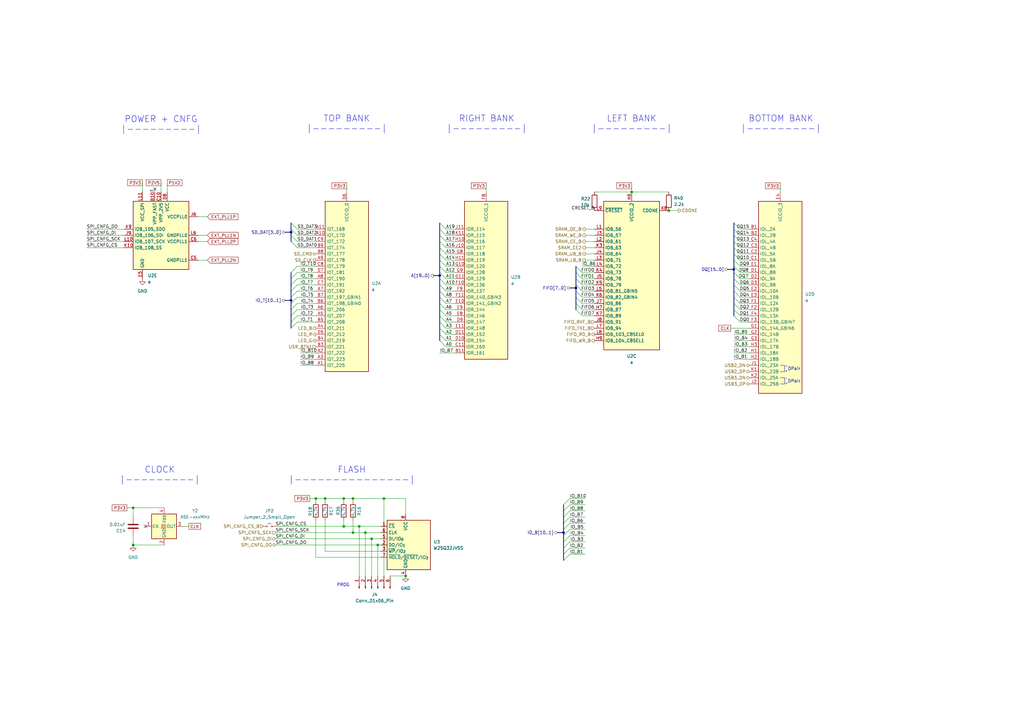
<source format=kicad_sch>
(kicad_sch (version 20250114) (generator "eeschema") (generator_version "9.0")
  (paper "A3")
  (title_block (title "FPGA Arrangement") (date "2025-07-18") (rev "0.0.0") (comment 1 "By Jaden Gani"))
  (lib_symbols
    (symbol "Connector:Conn_01x06_Pin" (pin_names (offset 1.016) (hide yes))
      (property "Reference" "J" (at 0 7.62 0))
      (property "Value" "Conn_01x06_Pin" (at 0 -10.16 0))
      (symbol "Conn_01x06_Pin_1_1"
        (rectangle (start 0.8636 5.207) (end 0 4.953) (stroke (width 0.1524)) (fill (type outline)))
        (rectangle (start 0.8636 2.667) (end 0 2.413) (stroke (width 0.1524)) (fill (type outline)))
        (rectangle (start 0.8636 0.127) (end 0 -0.127) (stroke (width 0.1524)) (fill (type outline)))
        (rectangle (start 0.8636 -2.413) (end 0 -2.667) (stroke (width 0.1524)) (fill (type outline)))
        (rectangle (start 0.8636 -4.953) (end 0 -5.207) (stroke (width 0.1524)) (fill (type outline)))
        (rectangle (start 0.8636 -7.493) (end 0 -7.747) (stroke (width 0.1524)) (fill (type outline)))
        (polyline (pts (xy 1.27 5.08) (xy 0.8636 5.08)) (stroke (width 0.1524)))
        (polyline (pts (xy 1.27 2.54) (xy 0.8636 2.54)) (stroke (width 0.1524)))
        (polyline (pts (xy 1.27 0) (xy 0.8636 0)) (stroke (width 0.1524)))
        (polyline (pts (xy 1.27 -2.54) (xy 0.8636 -2.54)) (stroke (width 0.1524)))
        (polyline (pts (xy 1.27 -5.08) (xy 0.8636 -5.08)) (stroke (width 0.1524)))
        (polyline (pts (xy 1.27 -7.62) (xy 0.8636 -7.62)) (stroke (width 0.1524)))
        (pin passive line (at 5.08 5.08 180) (length 3.81) (name "Pin_1") (number "1"))
        (pin passive line (at 5.08 2.54 180) (length 3.81) (name "Pin_2") (number "2"))
        (pin passive line (at 5.08 0 180) (length 3.81) (name "Pin_3") (number "3"))
        (pin passive line (at 5.08 -2.54 180) (length 3.81) (name "Pin_4") (number "4"))
        (pin passive line (at 5.08 -5.08 180) (length 3.81) (name "Pin_5") (number "5"))
        (pin passive line (at 5.08 -7.62 180) (length 3.81) (name "Pin_6") (number "6"))
      )
    )
    (symbol "Device:C" (pin_numbers (hide yes)) (pin_names (offset 0.254))
      (property "Reference" "C" (at 0.635 2.54 0))
      (property "Value" "C" (at 0.635 -2.54 0))
      (symbol "C_0_1"
        (polyline (pts (xy -2.032 0.762) (xy 2.032 0.762)) (stroke (width 0.508)))
        (polyline (pts (xy -2.032 -0.762) (xy 2.032 -0.762)) (stroke (width 0.508)))
      )
      (symbol "C_1_1"
        (pin passive line (at 0 3.81 270) (length 2.794) (name "~") (number "1"))
        (pin passive line (at 0 -3.81 90) (length 2.794) (name "~") (number "2"))
      )
    )
    (symbol "Device:R" (pin_numbers (hide yes)) (pin_names (offset 0))
      (property "Reference" "R" (at 2.032 0 90))
      (property "Value" "R" (at 0 0 90))
      (symbol "R_0_1"
        (rectangle (start -1.016 -2.54) (end 1.016 2.54) (stroke (width 0.254)))
      )
      (symbol "R_1_1"
        (pin passive line (at 0 3.81 270) (length 1.27) (name "~") (number "1"))
        (pin passive line (at 0 -3.81 90) (length 1.27) (name "~") (number "2"))
      )
    )
    (symbol "FPGA_Lattice:ICE40HX8K-BG121"
      (property "Reference" "U" (at 2.54 44.45 0))
      (property "Value" "ICE40HX8K-BG121" (at 10.16 41.91 0))
      (symbol "ICE40HX8K-BG121_1_1"
        (rectangle (start -8.89 31.75) (end 8.89 -38.1) (stroke (width 0.254)) (fill (type background)))
        (pin bidirectional line (at -12.7 20.32 0) (length 3.81) (name "IOT_168") (number "A11"))
        (pin bidirectional line (at -12.7 17.78 0) (length 3.81) (name "IOT_170") (number "A10"))
        (pin bidirectional line (at -12.7 15.24 0) (length 3.81) (name "IOT_172") (number "C9"))
        (pin bidirectional line (at -12.7 12.7 0) (length 3.81) (name "IOT_174") (number "B9"))
        (pin bidirectional line (at -12.7 10.16 0) (length 3.81) (name "IOT_177") (number "B8"))
        (pin bidirectional line (at -12.7 7.62 0) (length 3.81) (name "IOT_178") (number "A9"))
        (pin bidirectional line (at -12.7 5.08 0) (length 3.81) (name "IOT_179") (number "C8"))
        (pin bidirectional line (at -12.7 2.54 0) (length 3.81) (name "IOT_181") (number "D7"))
        (pin bidirectional line (at -12.7 0 0) (length 3.81) (name "IOT_190") (number "A8"))
        (pin bidirectional line (at -12.7 -2.54 0) (length 3.81) (name "IOT_191") (number "C7"))
        (pin bidirectional line (at -12.7 -5.08 0) (length 3.81) (name "IOT_192") (number "A7"))
        (pin bidirectional line (at -12.7 -7.62 0) (length 3.81) (name "IOT_197_GBIN1") (number "B7"))
        (pin bidirectional line (at -12.7 -10.16 0) (length 3.81) (name "IOT_198_GBIN0") (number "B6"))
        (pin bidirectional line (at -12.7 -12.7 0) (length 3.81) (name "IOT_206") (number "A6"))
        (pin bidirectional line (at -12.7 -15.24 0) (length 3.81) (name "IOT_207") (number "A5"))
        (pin bidirectional line (at -12.7 -17.78 0) (length 3.81) (name "IOT_208") (number "B5"))
        (pin bidirectional line (at -12.7 -20.32 0) (length 3.81) (name "IOT_211") (number "A4"))
        (pin bidirectional line (at -12.7 -22.86 0) (length 3.81) (name "IOT_212") (number "D5"))
        (pin bidirectional line (at -12.7 -25.4 0) (length 3.81) (name "IOT_219") (number "B4"))
        (pin bidirectional line (at -12.7 -27.94 0) (length 3.81) (name "IOT_221") (number "B3"))
        (pin bidirectional line (at -12.7 -30.48 0) (length 3.81) (name "IOT_222") (number "A2"))
        (pin bidirectional line (at -12.7 -33.02 0) (length 3.81) (name "IOT_223") (number "A3"))
        (pin bidirectional line (at -12.7 -35.56 0) (length 3.81) (name "IOT_225") (number "A1"))
        (pin power_in line (at 0 35.56 270) (length 3.81) (name "VCCIO_0") (number "D6"))
      )
      (symbol "ICE40HX8K-BG121_2_1"
        (rectangle (start -8.89 31.75) (end 8.89 -33.02) (stroke (width 0.254)) (fill (type background)))
        (pin bidirectional line (at -12.7 20.32 0) (length 3.81) (name "IOR_114") (number "J11"))
        (pin bidirectional line (at -12.7 17.78 0) (length 3.81) (name "IOR_115") (number "K11"))
        (pin bidirectional line (at -12.7 15.24 0) (length 3.81) (name "IOR_116") (number "H10"))
        (pin bidirectional line (at -12.7 12.7 0) (length 3.81) (name "IOR_117") (number "J10"))
        (pin bidirectional line (at -12.7 10.16 0) (length 3.81) (name "IOR_118") (number "G8"))
        (pin bidirectional line (at -12.7 7.62 0) (length 3.81) (name "IOR_119") (number "H11"))
        (pin bidirectional line (at -12.7 5.08 0) (length 3.81) (name "IOR_120") (number "G10"))
        (pin bidirectional line (at -12.7 2.54 0) (length 3.81) (name "IOR_128") (number "G9"))
        (pin bidirectional line (at -12.7 0 0) (length 3.81) (name "IOR_129") (number "G11"))
        (pin bidirectional line (at -12.7 -2.54 0) (length 3.81) (name "IOR_136") (number "F10"))
        (pin bidirectional line (at -12.7 -5.08 0) (length 3.81) (name "IOR_137") (number "F9"))
        (pin bidirectional line (at -12.7 -7.62 0) (length 3.81) (name "IOR_140_GBIN3") (number "F11"))
        (pin bidirectional line (at -12.7 -10.16 0) (length 3.81) (name "IOR_141_GBIN2") (number "E10"))
        (pin bidirectional line (at -12.7 -12.7 0) (length 3.81) (name "IOR_144") (number "E9"))
        (pin bidirectional line (at -12.7 -15.24 0) (length 3.81) (name "IOR_146") (number "E8"))
        (pin bidirectional line (at -12.7 -17.78 0) (length 3.81) (name "IOR_147") (number "D9"))
        (pin bidirectional line (at -12.7 -20.32 0) (length 3.81) (name "IOR_148") (number "E11"))
        (pin bidirectional line (at -12.7 -22.86 0) (length 3.81) (name "IOR_152") (number "D11"))
        (pin bidirectional line (at -12.7 -25.4 0) (length 3.81) (name "IOR_154") (number "D10"))
        (pin bidirectional line (at -12.7 -27.94 0) (length 3.81) (name "IOR_160") (number "C11"))
        (pin bidirectional line (at -12.7 -30.48 0) (length 3.81) (name "IOR_161") (number "B11"))
        (pin power_in line (at 0 35.56 270) (length 3.81) (name "VCCIO_1") (number "F8"))
      )
      (symbol "ICE40HX8K-BG121_3_1"
        (rectangle (start -11.43 29.21) (end 11.43 -31.75) (stroke (width 0.254)) (fill (type background)))
        (pin input line (at -15.24 25.4 0) (length 3.81) (name "~{CRESET}") (number "L9"))
        (pin bidirectional line (at -15.24 17.78 0) (length 3.81) (name "IOB_56") (number "L1"))
        (pin bidirectional line (at -15.24 15.24 0) (length 3.81) (name "IOB_57") (number "J3"))
        (pin bidirectional line (at -15.24 12.7 0) (length 3.81) (name "IOB_61") (number "L2"))
        (pin bidirectional line (at -15.24 10.16 0) (length 3.81) (name "IOB_63") (number "K3"))
        (pin bidirectional line (at -15.24 7.62 0) (length 3.81) (name "IOB_64") (number "J4"))
        (pin bidirectional line (at -15.24 5.08 0) (length 3.81) (name "IOB_71") (number "L3"))
        (pin bidirectional line (at -15.24 2.54 0) (length 3.81) (name "IOB_72") (number "L4"))
        (pin bidirectional line (at -15.24 0 0) (length 3.81) (name "IOB_73") (number "K4"))
        (pin bidirectional line (at -15.24 -2.54 0) (length 3.81) (name "IOB_78") (number "J5"))
        (pin bidirectional line (at -15.24 -5.08 0) (length 3.81) (name "IOB_79") (number "K5"))
        (pin bidirectional line (at -15.24 -7.62 0) (length 3.81) (name "IOB_81_GBIN5") (number "L5"))
        (pin bidirectional line (at -15.24 -10.16 0) (length 3.81) (name "IOB_82_GBIN4") (number "K6"))
        (pin bidirectional line (at -15.24 -12.7 0) (length 3.81) (name "IOB_86") (number "J7"))
        (pin bidirectional line (at -15.24 -15.24 0) (length 3.81) (name "IOB_87") (number "H7"))
        (pin bidirectional line (at -15.24 -17.78 0) (length 3.81) (name "IOB_89") (number "K7"))
        (pin bidirectional line (at -15.24 -20.32 0) (length 3.81) (name "IOB_91") (number "J8"))
        (pin bidirectional line (at -15.24 -22.86 0) (length 3.81) (name "IOB_94") (number "L7"))
        (pin bidirectional line (at -15.24 -25.4 0) (length 3.81) (name "IOB_103_CBSEL0") (number "L8"))
        (pin bidirectional line (at -15.24 -27.94 0) (length 3.81) (name "IOB_104_CBSEL1") (number "H9"))
        (pin power_in line (at 0 33.02 270) (length 3.81) (name "VCCIO_2") (number "H6"))
        (pin open_collector line (at 15.24 25.4 180) (length 3.81) (name "CDONE") (number "K8"))
      )
      (symbol "ICE40HX8K-BG121_4_1"
        (rectangle (start -8.89 39.37) (end 8.89 -39.37) (stroke (width 0.254)) (fill (type background)))
        (pin bidirectional line (at -12.7 27.94 0) (length 3.81) (name "IOL_2A") (number "B1"))
        (pin bidirectional line (at -12.7 25.4 0) (length 3.81) (name "IOL_2B") (number "B2"))
        (pin bidirectional line (at -12.7 22.86 0) (length 3.81) (name "IOL_4A") (number "C4"))
        (pin bidirectional line (at -12.7 20.32 0) (length 3.81) (name "IOL_4B") (number "C3"))
        (pin bidirectional line (at -12.7 17.78 0) (length 3.81) (name "IOL_5A") (number "C2"))
        (pin bidirectional line (at -12.7 15.24 0) (length 3.81) (name "IOL_5B") (number "C1"))
        (pin bidirectional line (at -12.7 12.7 0) (length 3.81) (name "IOL_8A") (number "E1"))
        (pin bidirectional line (at -12.7 10.16 0) (length 3.81) (name "IOL_8B") (number "D1"))
        (pin bidirectional line (at -12.7 7.62 0) (length 3.81) (name "IOL_9A") (number "D2"))
        (pin bidirectional line (at -12.7 5.08 0) (length 3.81) (name "IOL_9B") (number "D3"))
        (pin bidirectional line (at -12.7 2.54 0) (length 3.81) (name "IOL_10A") (number "E2"))
        (pin bidirectional line (at -12.7 0 0) (length 3.81) (name "IOL_10B") (number "E3"))
        (pin bidirectional line (at -12.7 -2.54 0) (length 3.81) (name "IOL_12A") (number "F1"))
        (pin bidirectional line (at -12.7 -5.08 0) (length 3.81) (name "IOL_12B") (number "F2"))
        (pin bidirectional line (at -12.7 -7.62 0) (length 3.81) (name "IOL_13A") (number "F4"))
        (pin bidirectional line (at -12.7 -10.16 0) (length 3.81) (name "IOL_13B_GBIN7") (number "F3"))
        (pin bidirectional line (at -12.7 -12.7 0) (length 3.81) (name "IOL_14A_GBIN6") (number "G1"))
        (pin bidirectional line (at -12.7 -15.24 0) (length 3.81) (name "IOL_14B") (number "G2"))
        (pin bidirectional line (at -12.7 -17.78 0) (length 3.81) (name "IOL_17A") (number "G3"))
        (pin bidirectional line (at -12.7 -20.32 0) (length 3.81) (name "IOL_17B") (number "H3"))
        (pin bidirectional line (at -12.7 -22.86 0) (length 3.81) (name "IOL_18A") (number "H1"))
        (pin bidirectional line (at -12.7 -25.4 0) (length 3.81) (name "IOL_18B") (number "H2"))
        (pin bidirectional line (at -12.7 -27.94 0) (length 3.81) (name "IOL_23A") (number "J1"))
        (pin bidirectional line (at -12.7 -30.48 0) (length 3.81) (name "IOL_23B") (number "K1"))
        (pin bidirectional line (at -12.7 -33.02 0) (length 3.81) (name "IOL_25A") (number "K2"))
        (pin bidirectional line (at -12.7 -35.56 0) (length 3.81) (name "IOL_25B") (number "J2"))
        (pin power_in line (at 0 43.18 270) (length 3.81) (name "VCCIO_3") (number "E4"))
        (pin passive line (at 0 43.18 270) (length 3.81) (hide yes) (name "VCCIO_3") (number "G4"))
      )
      (symbol "ICE40HX8K-BG121_5_1"
        (rectangle (start -11.43 13.97) (end 11.43 -13.97) (stroke (width 0.254)) (fill (type background)))
        (pin bidirectional line (at -15.24 2.54 0) (length 3.81) (name "IOB_105_SDO") (number "K9"))
        (pin bidirectional line (at -15.24 0 0) (length 3.81) (name "IOB_106_SDI") (number "J9"))
        (pin bidirectional line (at -15.24 -2.54 0) (length 3.81) (name "IOB_107_SCK") (number "L10"))
        (pin bidirectional line (at -15.24 -5.08 0) (length 3.81) (name "IOB_108_SS") (number "K10"))
        (pin power_in line (at -7.62 17.78 270) (length 3.81) (name "VCC_SPI") (number "L11"))
        (pin power_in line (at -7.62 -17.78 90) (length 3.81) (name "GND") (number "E5"))
        (pin passive line (at -7.62 -17.78 90) (length 3.81) (hide yes) (name "GND") (number "E6"))
        (pin passive line (at -7.62 -17.78 90) (length 3.81) (hide yes) (name "GND") (number "E7"))
        (pin passive line (at -7.62 -17.78 90) (length 3.81) (hide yes) (name "GND") (number "F5"))
        (pin passive line (at -7.62 -17.78 90) (length 3.81) (hide yes) (name "GND") (number "F6"))
        (pin passive line (at -7.62 -17.78 90) (length 3.81) (hide yes) (name "GND") (number "F7"))
        (pin passive line (at -7.62 -17.78 90) (length 3.81) (hide yes) (name "GND") (number "G5"))
        (pin passive line (at -7.62 -17.78 90) (length 3.81) (hide yes) (name "GND") (number "G6"))
        (pin passive line (at -7.62 -17.78 90) (length 3.81) (hide yes) (name "GND") (number "G7"))
        (pin passive line (at -7.62 -17.78 90) (length 3.81) (hide yes) (name "GND") (number "H5"))
        (pin power_in line (at -2.54 17.78 270) (length 3.81) (name "VPP_FAST") (number "B10"))
        (pin power_in line (at 0 17.78 270) (length 3.81) (name "VPP_2V5") (number "C10"))
        (pin passive line (at 2.54 17.78 270) (length 3.81) (hide yes) (name "VCC") (number "D4"))
        (pin power_in line (at 2.54 17.78 270) (length 3.81) (name "VCC") (number "D8"))
        (pin passive line (at 2.54 17.78 270) (length 3.81) (hide yes) (name "VCC") (number "H4"))
        (pin passive line (at 2.54 17.78 270) (length 3.81) (hide yes) (name "VCC") (number "H8"))
        (pin power_in line (at 15.24 7.62 180) (length 3.81) (name "VCCPLL0") (number "J6"))
        (pin power_in line (at 15.24 0 180) (length 3.81) (name "GNDPLL0") (number "L6"))
        (pin power_in line (at 15.24 -2.54 180) (length 3.81) (name "VCCPLL1") (number "C6"))
        (pin power_in line (at 15.24 -10.16 180) (length 3.81) (name "GNDPLL1") (number "C5"))
      )
    )
    (symbol "Jumper:Jumper_2_Small_Open" (pin_numbers (hide yes)) (pin_names (offset 0) (hide yes))
      (property "Reference" "JP" (at 0 2.794 0))
      (property "Value" "Jumper_2_Small_Open" (at 0 -2.286 0))
      (symbol "Jumper_2_Small_Open_0_0"
        (circle (center -1.016 0) (radius 0.254))
        (circle (center 1.016 0) (radius 0.254))
      )
      (symbol "Jumper_2_Small_Open_0_1"
        (arc (start -0.762 1.0196) (mid 0 1.2729) (end 0.762 1.0196))
      )
      (symbol "Jumper_2_Small_Open_1_1"
        (pin passive line (at -2.54 0 0) (length 1.27) (name "A") (number "1"))
        (pin passive line (at 2.54 0 180) (length 1.27) (name "B") (number "2"))
      )
    )
    (symbol "Memory_Flash:W25Q32JVSS"
      (property "Reference" "U" (at -6.35 11.43 0))
      (property "Value" "W25Q32JVSS" (at 7.62 11.43 0))
      (symbol "W25Q32JVSS_0_1"
        (rectangle (start -7.62 10.16) (end 10.16 -10.16) (stroke (width 0.254)) (fill (type background)))
      )
      (symbol "W25Q32JVSS_1_1"
        (pin input line (at -10.16 7.62 0) (length 2.54) (name "~{CS}") (number "1"))
        (pin input line (at -10.16 5.08 0) (length 2.54) (name "CLK") (number "6"))
        (pin bidirectional line (at -10.16 2.54 0) (length 2.54) (name "DI/IO_{0}") (number "5"))
        (pin bidirectional line (at -10.16 0 0) (length 2.54) (name "DO/IO_{1}") (number "2"))
        (pin bidirectional line (at -10.16 -2.54 0) (length 2.54) (name "~{WP}/IO_{2}") (number "3"))
        (pin bidirectional line (at -10.16 -5.08 0) (length 2.54) (name "~{HOLD}/~{RESET}/IO_{3}") (number "7"))
        (pin power_in line (at 0 12.7 270) (length 2.54) (name "VCC") (number "8"))
        (pin power_in line (at 0 -12.7 90) (length 2.54) (name "GND") (number "4"))
      )
    )
    (symbol "Oscillator:ASE-xxxMHz" (pin_names (offset 0.254))
      (property "Reference" "Y" (at -5.08 6.35 0))
      (property "Value" "ASE-xxxMHz" (at 1.27 -6.35 0))
      (symbol "ASE-xxxMHz_0_1"
        (rectangle (start -5.08 5.08) (end 5.08 -5.08) (stroke (width 0.254)) (fill (type background)))
        (polyline (pts (xy -1.27 -0.762) (xy -1.016 -0.762) (xy -1.016 0.762) (xy -0.508 0.762) (xy -0.508 -0.762) (xy 0 -0.762) (xy 0 0.762) (xy 0.508 0.762) (xy 0.508 -0.762) (xy 0.762 -0.762)))
      )
      (symbol "ASE-xxxMHz_1_1"
        (pin input line (at -7.62 0 0) (length 2.54) (name "EN") (number "1"))
        (pin power_in line (at 0 7.62 270) (length 2.54) (name "Vdd") (number "4"))
        (pin power_in line (at 0 -7.62 90) (length 2.54) (name "GND") (number "2"))
        (pin output line (at 7.62 0 180) (length 2.54) (name "OUT") (number "3"))
      )
    )
    (symbol "power:GND" (power) (pin_numbers (hide yes)) (pin_names (offset 0) (hide yes))
      (property "Value" "GND" (at 0 -3.81 0))
      (symbol "GND_0_1"
        (polyline (pts (xy 0 0) (xy 0 -1.27) (xy 1.27 -1.27) (xy 0 -2.54) (xy -1.27 -1.27) (xy 0 -1.27)))
      )
      (symbol "GND_1_1"
        (pin power_in line (at 0 0 270) (length 0) (name "~") (number "1"))
      )
    )
  )
  (text "BOTTOM BANK\n|---------|" (at 320.294 50.8 0) (effects (font (size 2.54 2.54))))
  (text "TOP BANK\n|---------|" (at 142.24 50.8 0) (effects (font (size 2.54 2.54))))
  (text "DPair" (at 323.088 156.464 0) (effects (font (size 1.27 1.27)) (justify left)))
  (text "LEFT BANK\n|---------|" (at 259.08 50.8 0) (effects (font (size 2.54 2.54))))
  (text "PROG" (at 140.716 240.03 0) (effects (font (size 1.27 1.27))))
  (text "FLASH\n|---------------|" (at 144.272 194.818 0) (effects (font (size 2.54 2.54))))
  (text "CLOCK\n|---------|" (at 65.532 194.818 0) (effects (font (size 2.54 2.54))))
  (text "DPair" (at 323.088 151.384 0) (effects (font (size 1.27 1.27)) (justify left)))
  (text "RIGHT BANK\n|---------|" (at 199.644 50.8 0) (effects (font (size 2.54 2.54))))
  (text "POWER + CNFG\n|---------|" (at 66.04 51.054 0) (effects (font (size 2.54 2.54))))
  (junction (at 140.97 215.9))
  (junction (at 300.99 110.49))
  (junction (at 147.32 215.9))
  (junction (at 180.34 113.03))
  (junction (at 54.61 223.52))
  (junction (at 119.38 95.25))
  (junction (at 166.37 236.22))
  (junction (at 119.38 123.19))
  (junction (at 144.78 218.44))
  (junction (at 144.78 204.47))
  (junction (at 129.54 204.47))
  (junction (at 149.86 218.44))
  (junction (at 236.22 118.11))
  (junction (at 157.48 204.47))
  (junction (at 140.97 204.47))
  (junction (at 259.08 78.74))
  (junction (at 54.61 208.28))
  (junction (at 274.32 86.36))
  (junction (at 133.35 204.47))
  (junction (at 152.4 220.98))
  (junction (at 231.14 218.44))
  (junction (at 154.94 223.52))
  (no_connect (at 63.5 77.47))
  (no_connect (at 59.69 215.9))
  (bus_entry (at 180.34 109.22) (size 2.54 2.54))
  (bus_entry (at 180.34 127) (size 2.54 2.54))
  (bus_entry (at 303.53 114.3) (size -2.54 -2.54))
  (bus_entry (at 180.34 119.38) (size 2.54 2.54))
  (bus_entry (at 119.38 134.62) (size 2.54 -2.54))
  (bus_entry (at 119.38 121.92) (size 2.54 -2.54))
  (bus_entry (at 303.53 106.68) (size -2.54 -2.54))
  (bus_entry (at 119.38 129.54) (size 2.54 -2.54))
  (bus_entry (at 231.14 227.33) (size 2.54 -2.54))
  (bus_entry (at 238.76 119.38) (size -2.54 -2.54))
  (bus_entry (at 303.53 99.06) (size -2.54 -2.54))
  (bus_entry (at 238.76 129.54) (size -2.54 -2.54))
  (bus_entry (at 119.38 96.52) (size 2.54 2.54))
  (bus_entry (at 119.38 114.3) (size 2.54 -2.54))
  (bus_entry (at 303.53 121.92) (size -2.54 -2.54))
  (bus_entry (at 180.34 132.08) (size 2.54 2.54))
  (bus_entry (at 180.34 101.6) (size 2.54 2.54))
  (bus_entry (at 238.76 121.92) (size -2.54 -2.54))
  (bus_entry (at 119.38 127) (size 2.54 -2.54))
  (bus_entry (at 180.34 93.98) (size 2.54 2.54))
  (bus_entry (at 231.14 212.09) (size 2.54 -2.54))
  (bus_entry (at 231.14 207.01) (size 2.54 -2.54))
  (bus_entry (at 180.34 134.62) (size 2.54 2.54))
  (bus_entry (at 119.38 132.08) (size 2.54 -2.54))
  (bus_entry (at 303.53 96.52) (size -2.54 -2.54))
  (bus_entry (at 238.76 114.3) (size -2.54 -2.54))
  (bus_entry (at 180.34 129.54) (size 2.54 2.54))
  (bus_entry (at 180.34 137.16) (size 2.54 2.54))
  (bus_entry (at 238.76 116.84) (size -2.54 -2.54))
  (bus_entry (at 231.14 219.71) (size 2.54 -2.54))
  (bus_entry (at 119.38 116.84) (size 2.54 -2.54))
  (bus_entry (at 180.34 124.46) (size 2.54 2.54))
  (bus_entry (at 303.53 109.22) (size -2.54 -2.54))
  (bus_entry (at 231.14 229.87) (size 2.54 -2.54))
  (bus_entry (at 119.38 99.06) (size 2.54 2.54))
  (bus_entry (at 180.34 121.92) (size 2.54 2.54))
  (bus_entry (at 303.53 111.76) (size -2.54 -2.54))
  (bus_entry (at 231.14 214.63) (size 2.54 -2.54))
  (bus_entry (at 231.14 222.25) (size 2.54 -2.54))
  (bus_entry (at 180.34 104.14) (size 2.54 2.54))
  (bus_entry (at 238.76 124.46) (size -2.54 -2.54))
  (bus_entry (at 303.53 127) (size -2.54 -2.54))
  (bus_entry (at 303.53 124.46) (size -2.54 -2.54))
  (bus_entry (at 119.38 124.46) (size 2.54 -2.54))
  (bus_entry (at 119.38 93.98) (size 2.54 2.54))
  (bus_entry (at 180.34 96.52) (size 2.54 2.54))
  (bus_entry (at 303.53 132.08) (size -2.54 -2.54))
  (bus_entry (at 180.34 139.7) (size 2.54 2.54))
  (bus_entry (at 303.53 129.54) (size -2.54 -2.54))
  (bus_entry (at 180.34 114.3) (size 2.54 2.54))
  (bus_entry (at 303.53 93.98) (size -2.54 -2.54))
  (bus_entry (at 238.76 111.76) (size -2.54 -2.54))
  (bus_entry (at 180.34 116.84) (size 2.54 2.54))
  (bus_entry (at 303.53 101.6) (size -2.54 -2.54))
  (bus_entry (at 180.34 99.06) (size 2.54 2.54))
  (bus_entry (at 238.76 127) (size -2.54 -2.54))
  (bus_entry (at 303.53 104.14) (size -2.54 -2.54))
  (bus_entry (at 303.53 116.84) (size -2.54 -2.54))
  (bus_entry (at 180.34 91.44) (size 2.54 2.54))
  (bus_entry (at 119.38 119.38) (size 2.54 -2.54))
  (bus_entry (at 180.34 106.68) (size 2.54 2.54))
  (bus_entry (at 303.53 119.38) (size -2.54 -2.54))
  (bus_entry (at 119.38 111.76) (size 2.54 -2.54))
  (bus_entry (at 119.38 91.44) (size 2.54 2.54))
  (bus_entry (at 180.34 111.76) (size 2.54 2.54))
  (bus_entry (at 231.14 217.17) (size 2.54 -2.54))
  (bus_entry (at 231.14 209.55) (size 2.54 -2.54))
  (bus_entry (at 231.14 224.79) (size 2.54 -2.54))
  (wire (pts (xy 307.34 104.14) (xy 303.53 104.14)))
  (wire (pts (xy 240.03 93.98) (xy 243.84 93.98)))
  (bus (pts (xy 180.34 111.76) (xy 180.34 113.03)))
  (wire (pts (xy 243.84 116.84) (xy 238.76 116.84)))
  (polyline (pts (xy 320.04 154.94) (xy 321.818 154.94)))
  (bus (pts (xy 119.38 124.46) (xy 119.38 127)))
  (polyline (pts (xy 322.326 157.226) (xy 322.834 157.226)))
  (wire (pts (xy 160.02 236.22) (xy 166.37 236.22)))
  (wire (pts (xy 133.35 205.74) (xy 133.35 204.47)))
  (bus (pts (xy 119.38 123.19) (xy 119.38 124.46)))
  (wire (pts (xy 240.03 99.06) (xy 243.84 99.06)))
  (bus (pts (xy 228.6 218.44) (xy 231.14 218.44)))
  (wire (pts (xy 123.19 149.86) (xy 129.54 149.86)))
  (wire (pts (xy 121.92 124.46) (xy 129.54 124.46)))
  (wire (pts (xy 140.97 215.9) (xy 147.32 215.9)))
  (wire (pts (xy 149.86 218.44) (xy 149.86 236.22)))
  (wire (pts (xy 233.68 227.33) (xy 240.03 227.33)))
  (wire (pts (xy 233.68 212.09) (xy 240.03 212.09)))
  (wire (pts (xy 121.92 121.92) (xy 129.54 121.92)))
  (wire (pts (xy 243.84 127) (xy 238.76 127)))
  (wire (pts (xy 300.99 144.78) (xy 307.34 144.78)))
  (wire (pts (xy 68.58 74.93) (xy 68.58 78.74)))
  (bus (pts (xy 300.99 116.84) (xy 300.99 119.38)))
  (wire (pts (xy 278.13 86.36) (xy 274.32 86.36)))
  (bus (pts (xy 180.34 114.3) (xy 180.34 116.84)))
  (wire (pts (xy 81.28 96.52) (xy 85.09 96.52)))
  (wire (pts (xy 243.84 78.74) (xy 259.08 78.74)))
  (wire (pts (xy 182.88 139.7) (xy 186.69 139.7)))
  (polyline (pts (xy 322.326 155.194) (xy 322.834 155.194)))
  (wire (pts (xy 307.34 127) (xy 303.53 127)))
  (wire (pts (xy 243.84 129.54) (xy 238.76 129.54)))
  (bus (pts (xy 119.38 129.54) (xy 119.38 132.08)))
  (wire (pts (xy 307.34 106.68) (xy 303.53 106.68)))
  (bus (pts (xy 300.99 99.06) (xy 300.99 101.6)))
  (bus (pts (xy 119.38 96.52) (xy 119.38 99.06)))
  (wire (pts (xy 140.97 204.47) (xy 140.97 205.74)))
  (wire (pts (xy 240.03 106.68) (xy 243.84 106.68)))
  (wire (pts (xy 307.34 129.54) (xy 303.53 129.54)))
  (bus (pts (xy 119.38 111.76) (xy 119.38 114.3)))
  (wire (pts (xy 81.28 99.06) (xy 85.09 99.06)))
  (wire (pts (xy 166.37 204.47) (xy 166.37 210.82)))
  (wire (pts (xy 121.92 114.3) (xy 129.54 114.3)))
  (wire (pts (xy 243.84 121.92) (xy 238.76 121.92)))
  (wire (pts (xy 129.54 213.36) (xy 129.54 228.6)))
  (wire (pts (xy 233.68 214.63) (xy 240.03 214.63)))
  (wire (pts (xy 129.54 204.47) (xy 133.35 204.47)))
  (wire (pts (xy 133.35 226.06) (xy 156.21 226.06)))
  (wire (pts (xy 182.88 111.76) (xy 186.69 111.76)))
  (wire (pts (xy 152.4 220.98) (xy 152.4 236.22)))
  (wire (pts (xy 121.92 101.6) (xy 129.54 101.6)))
  (wire (pts (xy 54.61 219.71) (xy 54.61 223.52)))
  (wire (pts (xy 233.68 219.71) (xy 240.03 219.71)))
  (wire (pts (xy 307.34 99.06) (xy 303.53 99.06)))
  (wire (pts (xy 35.56 101.6) (xy 50.8 101.6)))
  (bus (pts (xy 116.84 123.19) (xy 119.38 123.19)))
  (bus (pts (xy 119.38 132.08) (xy 119.38 134.62)))
  (wire (pts (xy 121.92 109.22) (xy 129.54 109.22)))
  (wire (pts (xy 121.92 116.84) (xy 129.54 116.84)))
  (bus (pts (xy 236.22 118.11) (xy 236.22 119.38)))
  (wire (pts (xy 233.68 204.47) (xy 240.03 204.47)))
  (wire (pts (xy 182.88 132.08) (xy 186.69 132.08)))
  (wire (pts (xy 307.34 93.98) (xy 303.53 93.98)))
  (wire (pts (xy 113.03 220.98) (xy 152.4 220.98)))
  (polyline (pts (xy 321.818 149.86) (xy 321.818 152.4)))
  (wire (pts (xy 240.03 101.6) (xy 243.84 101.6)))
  (wire (pts (xy 240.03 96.52) (xy 243.84 96.52)))
  (wire (pts (xy 300.99 137.16) (xy 307.34 137.16)))
  (bus (pts (xy 231.14 217.17) (xy 231.14 218.44)))
  (wire (pts (xy 121.92 111.76) (xy 129.54 111.76)))
  (wire (pts (xy 307.34 116.84) (xy 303.53 116.84)))
  (bus (pts (xy 180.34 91.44) (xy 180.34 93.98)))
  (wire (pts (xy 127 204.47) (xy 129.54 204.47)))
  (wire (pts (xy 182.88 142.24) (xy 186.69 142.24)))
  (bus (pts (xy 180.34 134.62) (xy 180.34 137.16)))
  (bus (pts (xy 119.38 121.92) (xy 119.38 123.19)))
  (wire (pts (xy 243.84 124.46) (xy 238.76 124.46)))
  (bus (pts (xy 300.99 104.14) (xy 300.99 106.68)))
  (wire (pts (xy 307.34 114.3) (xy 303.53 114.3)))
  (bus (pts (xy 116.84 95.25) (xy 119.38 95.25)))
  (bus (pts (xy 119.38 95.25) (xy 119.38 96.52)))
  (wire (pts (xy 144.78 204.47) (xy 157.48 204.47)))
  (wire (pts (xy 182.88 96.52) (xy 186.69 96.52)))
  (bus (pts (xy 236.22 109.22) (xy 236.22 111.76)))
  (bus (pts (xy 180.34 137.16) (xy 180.34 139.7)))
  (bus (pts (xy 236.22 114.3) (xy 236.22 116.84)))
  (bus (pts (xy 231.14 219.71) (xy 231.14 222.25)))
  (wire (pts (xy 147.32 215.9) (xy 147.32 236.22)))
  (wire (pts (xy 307.34 101.6) (xy 303.53 101.6)))
  (wire (pts (xy 121.92 99.06) (xy 129.54 99.06)))
  (bus (pts (xy 231.14 222.25) (xy 231.14 224.79)))
  (bus (pts (xy 300.99 101.6) (xy 300.99 104.14)))
  (bus (pts (xy 119.38 127) (xy 119.38 129.54)))
  (bus (pts (xy 180.34 101.6) (xy 180.34 104.14)))
  (wire (pts (xy 113.03 223.52) (xy 154.94 223.52)))
  (wire (pts (xy 58.42 74.93) (xy 58.42 78.74)))
  (wire (pts (xy 35.56 93.98) (xy 50.8 93.98)))
  (wire (pts (xy 81.28 106.68) (xy 85.09 106.68)))
  (bus (pts (xy 231.14 227.33) (xy 231.14 229.87)))
  (bus (pts (xy 180.34 132.08) (xy 180.34 134.62)))
  (wire (pts (xy 299.72 134.62) (xy 307.34 134.62)))
  (wire (pts (xy 121.92 93.98) (xy 129.54 93.98)))
  (wire (pts (xy 182.88 109.22) (xy 186.69 109.22)))
  (polyline (pts (xy 320.04 149.86) (xy 321.818 149.86)))
  (wire (pts (xy 300.99 139.7) (xy 307.34 139.7)))
  (wire (pts (xy 121.92 129.54) (xy 129.54 129.54)))
  (bus (pts (xy 180.34 116.84) (xy 180.34 119.38)))
  (wire (pts (xy 121.92 127) (xy 129.54 127)))
  (bus (pts (xy 180.34 93.98) (xy 180.34 96.52)))
  (wire (pts (xy 142.24 76.2) (xy 142.24 78.74)))
  (wire (pts (xy 52.07 208.28) (xy 54.61 208.28)))
  (bus (pts (xy 180.34 99.06) (xy 180.34 101.6)))
  (wire (pts (xy 259.08 76.2) (xy 259.08 78.74)))
  (wire (pts (xy 157.48 204.47) (xy 157.48 236.22)))
  (wire (pts (xy 233.68 222.25) (xy 240.03 222.25)))
  (wire (pts (xy 144.78 218.44) (xy 149.86 218.44)))
  (bus (pts (xy 177.8 113.03) (xy 180.34 113.03)))
  (bus (pts (xy 300.99 110.49) (xy 298.45 110.49)))
  (bus (pts (xy 180.34 104.14) (xy 180.34 106.68)))
  (wire (pts (xy 320.04 76.2) (xy 320.04 78.74)))
  (wire (pts (xy 129.54 205.74) (xy 129.54 204.47)))
  (bus (pts (xy 180.34 106.68) (xy 180.34 109.22)))
  (wire (pts (xy 182.88 116.84) (xy 186.69 116.84)))
  (bus (pts (xy 180.34 119.38) (xy 180.34 121.92)))
  (wire (pts (xy 307.34 111.76) (xy 303.53 111.76)))
  (polyline (pts (xy 322.326 152.146) (xy 322.834 152.146)))
  (wire (pts (xy 307.34 119.38) (xy 303.53 119.38)))
  (wire (pts (xy 243.84 119.38) (xy 238.76 119.38)))
  (bus (pts (xy 300.99 119.38) (xy 300.99 121.92)))
  (wire (pts (xy 54.61 223.52) (xy 67.31 223.52)))
  (wire (pts (xy 233.68 207.01) (xy 240.03 207.01)))
  (wire (pts (xy 140.97 204.47) (xy 144.78 204.47)))
  (bus (pts (xy 119.38 119.38) (xy 119.38 121.92)))
  (bus (pts (xy 236.22 111.76) (xy 236.22 114.3)))
  (bus (pts (xy 300.99 127) (xy 300.99 129.54)))
  (wire (pts (xy 81.28 88.9) (xy 85.09 88.9)))
  (wire (pts (xy 307.34 121.92) (xy 303.53 121.92)))
  (bus (pts (xy 231.14 207.01) (xy 231.14 209.55)))
  (wire (pts (xy 182.88 106.68) (xy 186.69 106.68)))
  (bus (pts (xy 180.34 121.92) (xy 180.34 124.46)))
  (wire (pts (xy 66.04 74.93) (xy 66.04 78.74)))
  (wire (pts (xy 147.32 215.9) (xy 156.21 215.9)))
  (bus (pts (xy 231.14 212.09) (xy 231.14 214.63)))
  (bus (pts (xy 119.38 116.84) (xy 119.38 119.38)))
  (bus (pts (xy 300.99 114.3) (xy 300.99 116.84)))
  (bus (pts (xy 231.14 214.63) (xy 231.14 217.17)))
  (wire (pts (xy 182.88 93.98) (xy 186.69 93.98)))
  (bus (pts (xy 300.99 96.52) (xy 300.99 99.06)))
  (bus (pts (xy 119.38 91.44) (xy 119.38 93.98)))
  (wire (pts (xy 113.03 218.44) (xy 144.78 218.44)))
  (wire (pts (xy 182.88 114.3) (xy 186.69 114.3)))
  (wire (pts (xy 182.88 104.14) (xy 186.69 104.14)))
  (wire (pts (xy 300.99 142.24) (xy 307.34 142.24)))
  (bus (pts (xy 236.22 118.11) (xy 233.68 118.11)))
  (bus (pts (xy 180.34 109.22) (xy 180.34 111.76)))
  (polyline (pts (xy 320.04 157.48) (xy 321.818 157.48)))
  (wire (pts (xy 144.78 213.36) (xy 144.78 218.44)))
  (bus (pts (xy 119.38 114.3) (xy 119.38 116.84)))
  (bus (pts (xy 300.99 121.92) (xy 300.99 124.46)))
  (wire (pts (xy 54.61 208.28) (xy 54.61 212.09)))
  (bus (pts (xy 236.22 124.46) (xy 236.22 127)))
  (wire (pts (xy 307.34 124.46) (xy 303.53 124.46)))
  (wire (pts (xy 129.54 228.6) (xy 156.21 228.6)))
  (wire (pts (xy 182.88 134.62) (xy 186.69 134.62)))
  (polyline (pts (xy 322.58 151.892) (xy 322.58 152.4)))
  (polyline (pts (xy 322.58 156.972) (xy 322.58 157.48)))
  (wire (pts (xy 233.68 224.79) (xy 240.03 224.79)))
  (bus (pts (xy 180.34 127) (xy 180.34 129.54)))
  (wire (pts (xy 182.88 101.6) (xy 186.69 101.6)))
  (wire (pts (xy 123.19 147.32) (xy 129.54 147.32)))
  (wire (pts (xy 121.92 96.52) (xy 129.54 96.52)))
  (wire (pts (xy 243.84 111.76) (xy 238.76 111.76)))
  (wire (pts (xy 152.4 220.98) (xy 156.21 220.98)))
  (wire (pts (xy 157.48 204.47) (xy 166.37 204.47)))
  (wire (pts (xy 182.88 119.38) (xy 186.69 119.38)))
  (wire (pts (xy 300.99 147.32) (xy 307.34 147.32)))
  (bus (pts (xy 180.34 113.03) (xy 180.34 114.3)))
  (wire (pts (xy 199.39 76.2) (xy 199.39 78.74)))
  (bus (pts (xy 236.22 121.92) (xy 236.22 124.46)))
  (wire (pts (xy 149.86 218.44) (xy 156.21 218.44)))
  (bus (pts (xy 300.99 91.44) (xy 300.99 93.98)))
  (bus (pts (xy 231.14 209.55) (xy 231.14 212.09)))
  (bus (pts (xy 300.99 109.22) (xy 300.99 110.49)))
  (wire (pts (xy 180.34 144.78) (xy 186.69 144.78)))
  (polyline (pts (xy 322.326 150.114) (xy 322.834 150.114)))
  (wire (pts (xy 259.08 78.74) (xy 274.32 78.74)))
  (wire (pts (xy 77.47 215.9) (xy 74.93 215.9)))
  (wire (pts (xy 182.88 121.92) (xy 186.69 121.92)))
  (wire (pts (xy 240.03 104.14) (xy 243.84 104.14)))
  (bus (pts (xy 300.99 124.46) (xy 300.99 127)))
  (bus (pts (xy 180.34 124.46) (xy 180.34 127)))
  (wire (pts (xy 154.94 223.52) (xy 154.94 236.22)))
  (wire (pts (xy 307.34 96.52) (xy 303.53 96.52)))
  (bus (pts (xy 236.22 119.38) (xy 236.22 121.92)))
  (bus (pts (xy 231.14 224.79) (xy 231.14 227.33)))
  (bus (pts (xy 300.99 106.68) (xy 300.99 109.22)))
  (wire (pts (xy 182.88 129.54) (xy 186.69 129.54)))
  (bus (pts (xy 300.99 111.76) (xy 300.99 114.3)))
  (wire (pts (xy 121.92 132.08) (xy 129.54 132.08)))
  (wire (pts (xy 35.56 99.06) (xy 50.8 99.06)))
  (polyline (pts (xy 320.04 152.4) (xy 321.818 152.4)))
  (wire (pts (xy 243.84 114.3) (xy 238.76 114.3)))
  (wire (pts (xy 238.76 109.22) (xy 243.84 109.22)))
  (wire (pts (xy 63.5 77.47) (xy 63.5 78.74)))
  (wire (pts (xy 154.94 223.52) (xy 156.21 223.52)))
  (wire (pts (xy 54.61 208.28) (xy 67.31 208.28)))
  (bus (pts (xy 300.99 93.98) (xy 300.99 96.52)))
  (bus (pts (xy 119.38 93.98) (xy 119.38 95.25)))
  (wire (pts (xy 182.88 137.16) (xy 186.69 137.16)))
  (wire (pts (xy 113.03 215.9) (xy 140.97 215.9)))
  (bus (pts (xy 231.14 218.44) (xy 231.14 219.71)))
  (bus (pts (xy 236.22 116.84) (xy 236.22 118.11)))
  (wire (pts (xy 307.34 109.22) (xy 303.53 109.22)))
  (wire (pts (xy 133.35 213.36) (xy 133.35 226.06)))
  (wire (pts (xy 182.88 99.06) (xy 186.69 99.06)))
  (bus (pts (xy 300.99 110.49) (xy 300.99 111.76)))
  (wire (pts (xy 144.78 205.74) (xy 144.78 204.47)))
  (wire (pts (xy 182.88 127) (xy 186.69 127)))
  (wire (pts (xy 182.88 124.46) (xy 186.69 124.46)))
  (wire (pts (xy 307.34 132.08) (xy 303.53 132.08)))
  (wire (pts (xy 121.92 119.38) (xy 129.54 119.38)))
  (wire (pts (xy 35.56 96.52) (xy 50.8 96.52)))
  (bus (pts (xy 180.34 96.52) (xy 180.34 99.06)))
  (bus (pts (xy 180.34 129.54) (xy 180.34 132.08)))
  (wire (pts (xy 233.68 217.17) (xy 240.03 217.17)))
  (wire (pts (xy 123.19 144.78) (xy 129.54 144.78)))
  (wire (pts (xy 233.68 209.55) (xy 240.03 209.55)))
  (wire (pts (xy 133.35 204.47) (xy 140.97 204.47)))
  (wire (pts (xy 140.97 213.36) (xy 140.97 215.9)))
  (polyline (pts (xy 321.818 154.94) (xy 321.818 157.48)))
  (label "DQ14" (at 307.2598 96.52 180))
  (label "SPI_CNFG_DI" (at 113.03 220.98 0))
  (label "IO_B5" (at 233.8523 217.17 0))
  (label "IO_B10" (at 123.19 144.78 0))
  (label "FIFO2" (at 243.84 116.84 180))
  (label "DQ3" (at 307.281 124.46 180))
  (label "IO_B6" (at 233.68 214.63 0))
  (label "SPI_CNFG_DO" (at 113.03 223.52 0))
  (label "IO_T2" (at 123.19 129.54 0))
  (label "DQ12" (at 307.34 101.6 180))
  (label "IO_B2" (at 233.68 224.79 0))
  (label "DQ5" (at 307.34 119.38 180))
  (label "DQ13" (at 307.34 99.06 180))
  (label "DQ6" (at 307.34 116.84 180))
  (label "IO_T7" (at 123.19 116.84 0))
  (label "A0" (at 182.88 142.24 0))
  (label "SPI_CNFG_SCK" (at 113.03 218.44 0))
  (label "DQ10" (at 307.34 106.68 180))
  (label "FIFO6" (at 243.84 127 180))
  (label "A14" (at 182.88 106.68 0))
  (label "IO_B8" (at 233.68 209.55 0))
  (label "A16" (at 182.88 101.6 0))
  (label "DQ4" (at 307.34 121.92 180))
  (label "IO_T6" (at 123.19 119.38 0))
  (label "F" (at 63.5 78.74 90))
  (label "IO_B7" (at 233.68 212.09 0))
  (label "A9" (at 182.88 119.38 0))
  (label "IO_T4" (at 123.3117 124.46 0))
  (label "IO_B6" (at 238.76 109.22 0))
  (label "A10" (at 182.88 116.84 0))
  (label "IO_B1" (at 300.99 147.32 0))
  (label "IO_B1" (at 233.68 227.33 0))
  (label "FIFO5" (at 243.84 124.46 180))
  (label "SPI_CNFG_DO" (at 35.56 93.98 0))
  (label "SPI_CNFG_DI" (at 35.56 96.52 0))
  (label "DQ7" (at 307.0463 114.3 180))
  (label "DQ8" (at 307.0933 111.76 180))
  (label "A8" (at 182.88 121.92 0))
  (label "IO_B2" (at 300.99 144.78 0))
  (label "A4" (at 182.88 132.08 0))
  (label "IO_T10" (at 123.19 109.22 0))
  (label "FIFO1" (at 243.84 114.3 180))
  (label "IO_T3" (at 123.3117 127 0))
  (label "A18" (at 182.88 96.52 0))
  (label "A11" (at 182.88 114.3 0))
  (label "SD_DAT1" (at 121.92 99.06 0))
  (label "SD_DAT3" (at 121.92 93.98 0))
  (label "IO_B4" (at 301.1117 139.7 0))
  (label "IO_B3" (at 301.1117 142.24 0))
  (label "DQ11" (at 307.34 104.14 180))
  (label "IO_B9" (at 123.19 147.32 0))
  (label "DQ0" (at 307.34 132.08 180))
  (label "DQ1" (at 307.34 129.54 180))
  (label "DQ2" (at 307.34 127 180))
  (label "A12" (at 182.88 111.76 0))
  (label "IO_B9" (at 233.68 207.01 0))
  (label "IO_T5" (at 123.3623 121.92 0))
  (label "IO_B10" (at 233.68 204.47 0))
  (label "A6" (at 182.88 127 0))
  (label "A17" (at 182.88 99.06 0))
  (label "IO_B8" (at 123.19 149.86 0))
  (label "SPI_CNFG_SCK" (at 35.56 99.06 0))
  (label "A15" (at 182.88 104.14 0))
  (label "A13" (at 182.88 109.22 0))
  (label "A5" (at 182.88 129.54 0))
  (label "DQ15" (at 307.34 93.98 180))
  (label "IO_T9" (at 123.19 111.76 0))
  (label "SPI_CNFG_CS" (at 35.56 101.6 0))
  (label "A2" (at 182.88 137.16 0))
  (label "DQ9" (at 307.34 109.22 180))
  (label "FIFO0" (at 243.84 111.76 180))
  (label "SPI_CNFG_CS" (at 113.03 215.9 0))
  (label "A3" (at 182.88 134.62 0))
  (label "A19" (at 182.88 93.98 0))
  (label "SD_DAT0" (at 121.92 101.6 0))
  (label "CRESET_B" (at 243.84 86.36 180))
  (label "FIFO7" (at 243.84 129.54 180))
  (label "FIFO3" (at 243.84 119.38 180))
  (label "IO_B7" (at 180.34 144.78 0))
  (label "FIFO4" (at 243.84 121.92 180))
  (label "IO_B5" (at 301.1117 137.16 0))
  (label "IO_B3" (at 233.8017 222.25 0))
  (label "A7" (at 182.88 124.46 0))
  (label "A1" (at 182.88 139.7 0))
  (label "IO_T1" (at 123.19 132.08 0))
  (label "SD_DAT2" (at 121.92 96.52 0))
  (label "IO_T8" (at 123.19 114.3 0))
  (label "IO_B4" (at 233.8017 219.71 0))
  (global_label "P3V3" (shape passive) (at 199.39 76.2 180) (property "Intersheetrefs" "${INTERSHEET_REFS}" (effects (hide yes))))
  (global_label "EXT_PLL1N" (shape input) (at 85.09 96.52 0) (property "Intersheetrefs" "${INTERSHEET_REFS}" (effects (hide yes))))
  (global_label "EXT_PLL1P" (shape input) (at 85.09 88.9 0) (property "Intersheetrefs" "${INTERSHEET_REFS}" (effects (hide yes))))
  (global_label "P3V3" (shape passive) (at 127 204.47 180) (property "Intersheetrefs" "${INTERSHEET_REFS}" (effects (hide yes))))
  (global_label "P2V5" (shape passive) (at 66.04 74.93 180) (property "Intersheetrefs" "${INTERSHEET_REFS}" (effects (hide yes))))
  (global_label "CLK" (shape passive) (at 77.47 215.9 0) (property "Intersheetrefs" "${INTERSHEET_REFS}" (effects (hide yes))))
  (global_label "P3V3" (shape passive) (at 142.24 76.2 180) (property "Intersheetrefs" "${INTERSHEET_REFS}" (effects (hide yes))))
  (global_label "P3V3" (shape passive) (at 52.07 208.28 180) (property "Intersheetrefs" "${INTERSHEET_REFS}" (effects (hide yes))))
  (global_label "P3V3" (shape passive) (at 58.42 74.93 180) (property "Intersheetrefs" "${INTERSHEET_REFS}" (effects (hide yes))))
  (global_label "EXT_PLL2N" (shape input) (at 85.09 106.68 0) (property "Intersheetrefs" "${INTERSHEET_REFS}" (effects (hide yes))))
  (global_label "CLK" (shape passive) (at 299.72 134.62 180) (property "Intersheetrefs" "${INTERSHEET_REFS}" (effects (hide yes))))
  (global_label "P3V3" (shape passive) (at 320.04 76.2 180) (property "Intersheetrefs" "${INTERSHEET_REFS}" (effects (hide yes))))
  (global_label "EXT_PLL2P" (shape input) (at 85.09 99.06 0) (property "Intersheetrefs" "${INTERSHEET_REFS}" (effects (hide yes))))
  (global_label "P3V3" (shape passive) (at 259.08 76.2 180) (property "Intersheetrefs" "${INTERSHEET_REFS}" (effects (hide yes))))
  (global_label "P1V2" (shape passive) (at 68.58 74.93 0) (property "Intersheetrefs" "${INTERSHEET_REFS}" (effects (hide yes))))
  (hierarchical_label "A[19..0]" (shape output) (at 177.8 113.03 180))
  (hierarchical_label "SRAM_LB_B" (shape output) (at 240.03 106.68 180))
  (hierarchical_label "FIFO_RD_B" (shape output) (at 243.84 137.16 180))
  (hierarchical_label "IO_T[10..1]" (shape bidirectional) (at 116.84 123.19 180))
  (hierarchical_label "USB2_DP" (shape bidirectional) (at 307.34 152.4 180))
  (hierarchical_label "LED_G" (shape output) (at 129.54 139.7 180))
  (hierarchical_label "LED_R" (shape output) (at 129.54 137.16 180))
  (hierarchical_label "USB2_DN" (shape bidirectional) (at 307.34 149.86 180))
  (hierarchical_label "FIFO_TXE_B" (shape input) (at 243.84 134.62 180))
  (hierarchical_label "USB3_DN" (shape bidirectional) (at 307.34 154.94 180))
  (hierarchical_label "USB3_DP" (shape bidirectional) (at 307.34 157.48 180))
  (hierarchical_label "SRAM_CE2" (shape output) (at 240.03 101.6 180))
  (hierarchical_label "CDONE" (shape output) (at 278.13 86.36 0))
  (hierarchical_label "SRAM_CE_B" (shape output) (at 240.03 99.06 180))
  (hierarchical_label "FIFO_RXF_B" (shape input) (at 243.84 132.08 180))
  (hierarchical_label "SD_DAT[3..0]" (shape bidirectional) (at 116.84 95.25 180))
  (hierarchical_label "SPI_CNFG_DI" (shape bidirectional) (at 113.03 220.98 180))
  (hierarchical_label "SPI_CNFG_SCK" (shape input) (at 113.03 218.44 180))
  (hierarchical_label "SRAM_UB_B" (shape output) (at 240.03 104.14 180))
  (hierarchical_label "SPI_CNFG_DO" (shape bidirectional) (at 113.03 223.52 180))
  (hierarchical_label "IO_B[10..1]" (shape bidirectional) (at 228.6 218.44 180))
  (hierarchical_label "LED_B" (shape output) (at 129.54 134.62 180))
  (hierarchical_label "USR_BTN1" (shape input) (at 129.54 142.24 180))
  (hierarchical_label "SD_CMD" (shape bidirectional) (at 129.54 104.14 180))
  (hierarchical_label "SD_CLK" (shape output) (at 129.54 106.68 180))
  (hierarchical_label "SRAM_WE_B" (shape output) (at 240.03 96.52 180))
  (hierarchical_label "FIFO[7..0]" (shape bidirectional) (at 233.68 118.11 180))
  (hierarchical_label "DQ[15..0]" (shape bidirectional) (at 298.45 110.49 180))
  (hierarchical_label "SPI_CNFG_CS_B" (shape input) (at 107.95 215.9 180))
  (hierarchical_label "FIFO_WR_B" (shape output) (at 243.84 139.7 180))
  (hierarchical_label "SRAM_OE_B" (shape output) (at 240.03 93.98 180))
  (symbol (lib_id "Device:R") (at 144.78 209.55 180) (unit 1)
    (property "Reference" "R16" (at 147.32 211.582 90) (effects (justify right)))
    (property "Value" "4.7k" (at 144.78 211.836 90) (effects (justify right)))
    (property "Footprint" "Resistor_SMD:R_0603_1608Metric" (effects (hide yes)))
    (property "Description" "Resistor" (effects (hide yes)))
  )
  (symbol (lib_id "FPGA_Lattice:ICE40HX8K-BG121") (at 142.24 114.3 0) (unit 1)
    (property "Reference" "U2" (at 152.4 116.2049 0) (effects (justify left)))
    (property "Value" "a" (at 152.4 118.7449 0) (effects (justify left)))
    (property "Footprint" "Package_BGA:BGA-121_9.0x9.0mm_Layout11x11_P0.8mm_Ball0.4mm_Pad0.35mm_NSMD" (effects (hide yes)))
    (property "Datasheet" "http://www.latticesemi.com/Products/FPGAandCPLD/iCE40" (effects (hide yes)))
    (property "Description" "iCE40 HX FPGA, 7680 LUTs, 1.2V, BGA-121" (effects (hide yes)))
  )
  (symbol (lib_id "FPGA_Lattice:ICE40HX8K-BG121") (at 199.39 114.3 0) (unit 2)
    (property "Reference" "U2" (at 209.55 113.6649 0) (effects (justify left)))
    (property "Value" "a" (at 209.55 116.2049 0) (effects (justify left)))
    (property "Footprint" "Package_BGA:BGA-121_9.0x9.0mm_Layout11x11_P0.8mm_Ball0.4mm_Pad0.35mm_NSMD" (effects (hide yes)))
    (property "Datasheet" "http://www.latticesemi.com/Products/FPGAandCPLD/iCE40" (effects (hide yes)))
    (property "Description" "iCE40 HX FPGA, 7680 LUTs, 1.2V, BGA-121" (effects (hide yes)))
  )
  (symbol (lib_id "Jumper:Jumper_2_Small_Open") (at 110.49 215.9 0) (unit 1)
    (property "Reference" "JP2" (at 110.49 209.55 0))
    (property "Value" "Jumper_2_Small_Open" (at 110.49 212.09 0))
    (property "Footprint" "Button_Switch_SMD:SW_DIP_SPSTx01_Slide_6.7x4.1mm_W6.73mm_P2.54mm_LowProfile_JPin" (effects (hide yes)))
    (property "Description" "Jumper, 2-pole, small symbol, open" (effects (hide yes)))
  )
  (symbol (lib_id "power:GND") (at 58.42 114.3 0) (unit 1)
    (property "Reference" "#PWR08" (effects (hide yes)))
    (property "Value" "GND" (at 58.42 119.38 0))
    (property "Description" "Power symbol creates a global label with name \"GND\" , ground" (effects (hide yes)))
  )
  (symbol (lib_id "Device:R") (at 243.84 82.55 180) (unit 1)
    (property "Reference" "R22" (at 238.252 81.534 0) (effects (justify right)))
    (property "Value" "10k" (at 238.252 84.074 0) (effects (justify right)))
    (property "Footprint" "Resistor_SMD:R_0603_1608Metric" (effects (hide yes)))
    (property "Description" "Resistor" (effects (hide yes)))
  )
  (symbol (lib_id "FPGA_Lattice:ICE40HX8K-BG121") (at 259.08 111.76 0) (unit 3)
    (property "Reference" "U2" (at 259.08 146.05 0))
    (property "Value" "a" (at 259.08 148.59 0))
    (property "Footprint" "Package_BGA:BGA-121_9.0x9.0mm_Layout11x11_P0.8mm_Ball0.4mm_Pad0.35mm_NSMD" (effects (hide yes)))
    (property "Datasheet" "http://www.latticesemi.com/Products/FPGAandCPLD/iCE40" (effects (hide yes)))
    (property "Description" "iCE40 HX FPGA, 7680 LUTs, 1.2V, BGA-121" (effects (hide yes)))
  )
  (symbol (lib_id "Device:R") (at 129.54 209.55 180) (unit 1)
    (property "Reference" "R18" (at 127.254 207.772 90) (effects (justify left)))
    (property "Value" "4.7k" (at 129.54 207.518 90) (effects (justify left)))
    (property "Footprint" "Resistor_SMD:R_0603_1608Metric" (effects (hide yes)))
    (property "Description" "Resistor" (effects (hide yes)))
  )
  (symbol (lib_id "Device:R") (at 133.35 209.55 180) (unit 1)
    (property "Reference" "R17" (at 135.89 211.582 90) (effects (justify right)))
    (property "Value" "4.7k" (at 133.35 211.836 90) (effects (justify right)))
    (property "Footprint" "Resistor_SMD:R_0603_1608Metric" (effects (hide yes)))
    (property "Description" "Resistor" (effects (hide yes)))
  )
  (symbol (lib_id "Memory_Flash:W25Q32JVSS") (at 166.37 223.52 0) (unit 1)
    (property "Reference" "U3" (at 177.8 222.2499 0) (effects (justify left)))
    (property "Value" "W25Q32JVSS" (at 177.8 224.7899 0) (effects (justify left)))
    (property "Footprint" "Package_SO:SOIC-8_5.3x5.3mm_P1.27mm" (effects (hide yes)))
    (property "Datasheet" "http://www.winbond.com/resource-files/w25q32jv%20revg%2003272018%20plus.pdf" (effects (hide yes)))
    (property "Description" "32Mbit / 4MiB Serial Flash Memory, Standard/Dual/Quad SPI, 2.7-3.6V, SOIC-8 (208 mil)" (effects (hide yes)))
  )
  (symbol (lib_id "Connector:Conn_01x06_Pin") (at 152.4 241.3 90) (unit 1)
    (property "Reference" "J4" (at 153.67 243.84 90))
    (property "Value" "Conn_01x06_Pin" (at 153.67 246.38 90))
    (property "Footprint" "Connector_PinHeader_2.54mm:PinHeader_1x06_P2.54mm_Vertical" (effects (hide yes)))
    (property "Description" "Generic connector, single row, 01x06, script generated" (effects (hide yes)))
  )
  (symbol (lib_id "power:GND") (at 166.37 236.22 0) (unit 1)
    (property "Reference" "#PWR07" (effects (hide yes)))
    (property "Value" "GND" (at 166.37 241.3 0))
    (property "Description" "Power symbol creates a global label with name \"GND\" , ground" (effects (hide yes)))
  )
  (symbol (lib_id "FPGA_Lattice:ICE40HX8K-BG121") (at 320.04 121.92 0) (unit 4)
    (property "Reference" "U2" (at 330.2 120.6499 0) (effects (justify left)))
    (property "Value" "a" (at 330.2 123.1899 0) (effects (justify left)))
    (property "Footprint" "Package_BGA:BGA-121_9.0x9.0mm_Layout11x11_P0.8mm_Ball0.4mm_Pad0.35mm_NSMD" (effects (hide yes)))
    (property "Datasheet" "http://www.latticesemi.com/Products/FPGAandCPLD/iCE40" (effects (hide yes)))
    (property "Description" "iCE40 HX FPGA, 7680 LUTs, 1.2V, BGA-121" (effects (hide yes)))
  )
  (symbol (lib_id "FPGA_Lattice:ICE40HX8K-BG121") (at 66.04 96.52 0) (unit 5)
    (property "Reference" "U2" (at 60.5633 113.03 0) (effects (justify left)))
    (property "Value" "a" (at 60.5633 115.57 0) (effects (justify left)))
    (property "Footprint" "Package_BGA:BGA-121_9.0x9.0mm_Layout11x11_P0.8mm_Ball0.4mm_Pad0.35mm_NSMD" (effects (hide yes)))
    (property "Datasheet" "http://www.latticesemi.com/Products/FPGAandCPLD/iCE40" (effects (hide yes)))
    (property "Description" "iCE40 HX FPGA, 7680 LUTs, 1.2V, BGA-121" (effects (hide yes)))
  )
  (symbol (lib_id "Device:R") (at 140.97 209.55 180) (unit 1)
    (property "Reference" "R36" (at 138.684 207.518 90) (effects (justify left)))
    (property "Value" "4.7k" (at 140.97 207.518 90) (effects (justify left)))
    (property "Footprint" "Resistor_SMD:R_0603_1608Metric" (effects (hide yes)))
    (property "Description" "Resistor" (effects (hide yes)))
  )
  (symbol (lib_id "Oscillator:ASE-xxxMHz") (at 67.31 215.9 0) (unit 1)
    (property "Reference" "Y2" (at 80.01 209.4798 0))
    (property "Value" "ASE-xxxMHz" (at 80.01 212.0198 0))
    (property "Footprint" "Oscillator:Oscillator_SMD_Abracon_ASE-4Pin_3.2x2.5mm" (effects (hide yes)))
    (property "Datasheet" "http://www.abracon.com/Oscillators/ASV.pdf" (effects (hide yes)))
    (property "Description" "3.3V CMOS SMD Crystal Clock Oscillator, Abracon" (effects (hide yes)))
  )
  (symbol (lib_id "power:GND") (at 54.61 223.52 0) (unit 1)
    (property "Reference" "#PWR028" (effects (hide yes)))
    (property "Value" "GND" (at 54.61 228.6 0))
    (property "Description" "Power symbol creates a global label with name \"GND\" , ground" (effects (hide yes)))
  )
  (symbol (lib_id "Device:C") (at 54.61 215.9 0) (unit 1)
    (property "Reference" "C14" (at 51.562 217.678 0) (effects (justify right)))
    (property "Value" "0.01uF" (at 51.562 215.138 0) (effects (justify right)))
    (property "Footprint" "Capacitor_SMD:C_0603_1608Metric" (effects (hide yes)))
    (property "Description" "Unpolarized capacitor" (effects (hide yes)))
  )
  (symbol (lib_id "Device:R") (at 274.32 82.55 180) (unit 1)
    (property "Reference" "R40" (at 276.352 81.28 0) (effects (justify right)))
    (property "Value" "2.2k" (at 276.352 83.82 0) (effects (justify right)))
    (property "Footprint" "Resistor_SMD:R_0603_1608Metric" (effects (hide yes)))
    (property "Description" "Resistor" (effects (hide yes)))
  )
)
</source>
